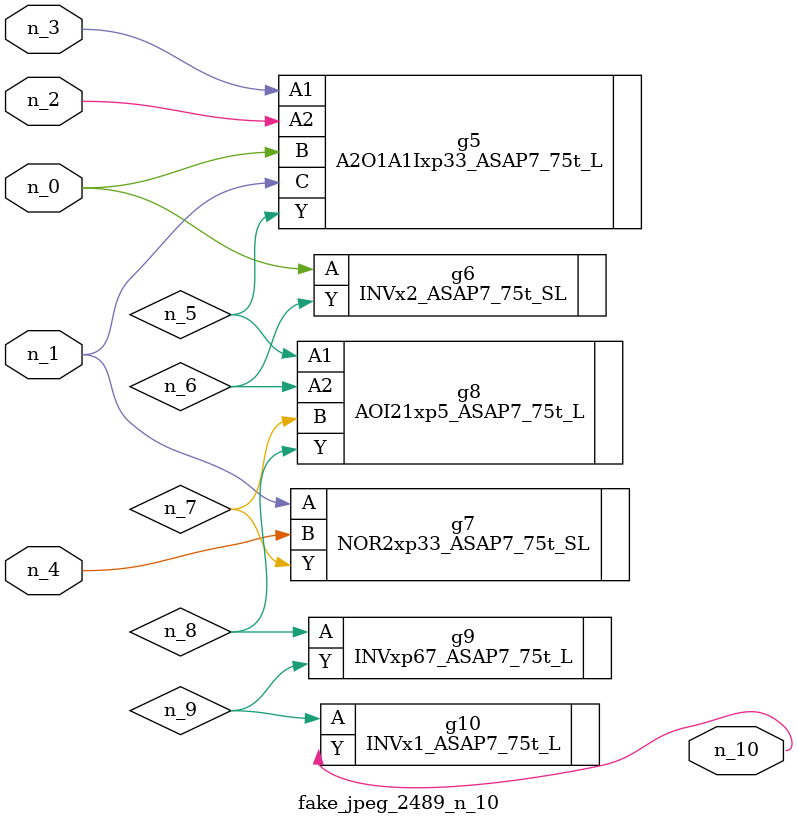
<source format=v>
module fake_jpeg_2489_n_10 (n_3, n_2, n_1, n_0, n_4, n_10);

input n_3;
input n_2;
input n_1;
input n_0;
input n_4;

output n_10;

wire n_8;
wire n_9;
wire n_6;
wire n_5;
wire n_7;

A2O1A1Ixp33_ASAP7_75t_L g5 ( 
.A1(n_3),
.A2(n_2),
.B(n_0),
.C(n_1),
.Y(n_5)
);

INVx2_ASAP7_75t_SL g6 ( 
.A(n_0),
.Y(n_6)
);

NOR2xp33_ASAP7_75t_SL g7 ( 
.A(n_1),
.B(n_4),
.Y(n_7)
);

AOI21xp5_ASAP7_75t_L g8 ( 
.A1(n_5),
.A2(n_6),
.B(n_7),
.Y(n_8)
);

INVxp67_ASAP7_75t_L g9 ( 
.A(n_8),
.Y(n_9)
);

INVx1_ASAP7_75t_L g10 ( 
.A(n_9),
.Y(n_10)
);


endmodule
</source>
